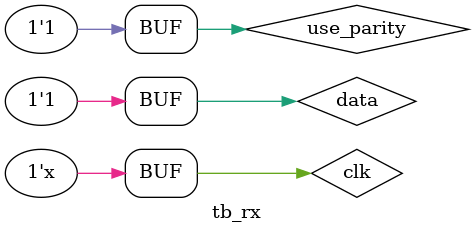
<source format=v>
`timescale 10ns / 1ps


module tb_rx
#(
    parameter periodo = 20,
    parameter tick_time = 163,
    parameter ticks = 16,
    parameter test_time = periodo * tick_time * ticks,
    parameter bits = 10,
    parameter N_DATA = 8
 );
 
    wire tick;
    wire [N_DATA - 1 : 0] dout;
    wire rx_done_tick;
    reg clk;
    reg data;
    reg use_parity;
    
    initial begin
        clk = 0;
        data = 1;
        use_parity = 0;
        
    
            data = 0;  //bit de start
        #(test_time/bits)
            data = 1;  //primer bit
        #(test_time/bits)
            data = 1;  //segundo bit
        #(test_time/bits)
            data = 1;  //tercer bit
        #(test_time/bits)
            data = 1;  //cuarto bit
        #(test_time/bits)
            data = 0;  //quinto bit
        #(test_time/bits)
            data = 0;  //sexto bit
        #(test_time/bits)
            data = 0;  //septimo bit
        #(test_time/bits)
            data = 0;  //octavo bit
        #(test_time/(bits+bits)) 
            data = 1;  //bit de stop
        //Esperado un 15
      
            
        #(test_time/bits)
        
        use_parity = 1; 
        
            data = 0;  //bit de start
        #(test_time/bits)
            data = 0;  //primer bit
        #(test_time/bits)
            data = 0;  //segundo bit
        #(test_time/bits)
            data = 1;  //tercer bit
        #(test_time/bits)
            data = 0;  //cuarto bit
        #(test_time/bits)
            data = 1;  //quinto bit
        #(test_time/bits)
            data = 0;  //sexto bit
        #(test_time/bits)
            data = 0;  //septimo bit
        #(test_time/bits)
            data = 0;  //octavo bit
        #(test_time/(bits+bits))
            data = 1; //bit de paridad
        #(test_time/(bits+bits))
            data = 1;  //bit de stop
        //Esperado un 20
        
        #(test_time/bits)
            data = 0;  //bit de start
        #(test_time/bits)
            data = 1;  //primer bit
        #(test_time/bits)
            data = 1;  //segundo bit
        #(test_time/bits)
            data = 1;  //tercer bit
        #(test_time/bits)
            data = 1;  //cuarto bit
        #(test_time/bits)
            data = 0;  //quinto bit
        #(test_time/bits)
            data = 0;  //sexto bit
        #(test_time/bits)
            data = 0;  //septimo bit
        #(test_time/bits)
            data = 0;  //octavo bit
        #(test_time/bits)
            data = 0; //bit de paridad
        #(test_time/(bits+bits)) 
            data = 1;  //bit de stop
        //Espero que no active el rx_done y se reinica
        
    end
    
    always #1 clk = ~clk;
    
    Baudrate_Gen instance_Baudrate_Gen(
    .clk (clk), 
    .tick (tick)
    );
    
    Rx_parity instance_Rx_parity(
    .dout (dout), 
    .rx_done_tick (rx_done_tick), 
    .clk (clk), 
    .s_tick (tick),
    .rx (data),
    .use_parity (use_parity)
    );
endmodule
</source>
